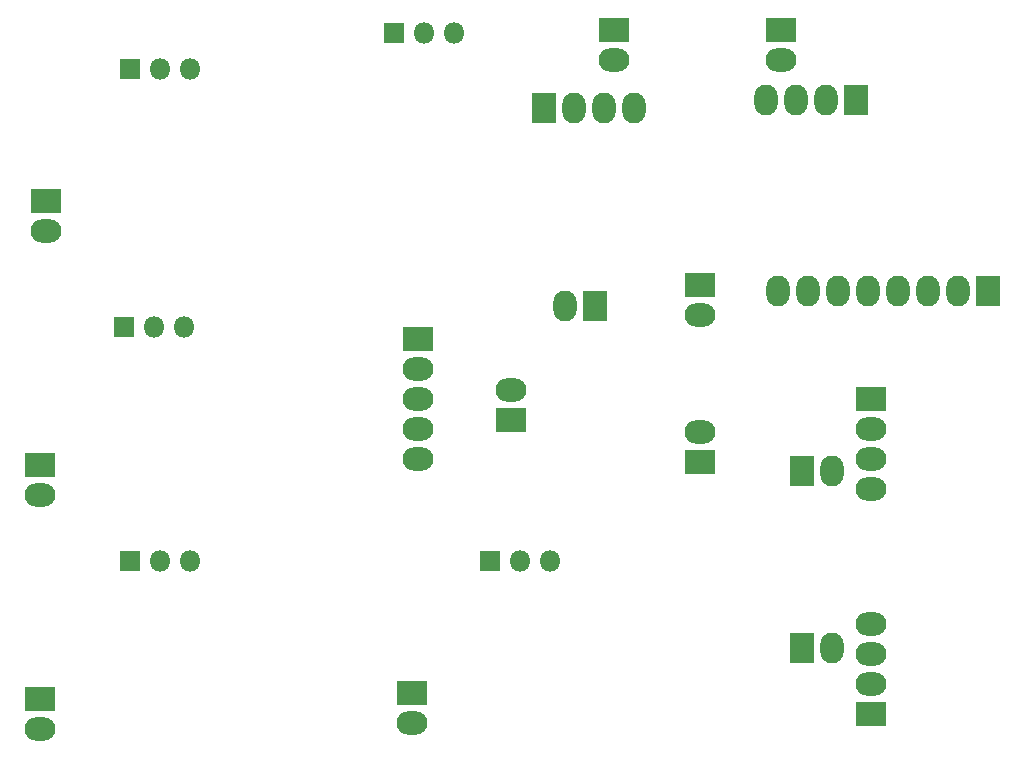
<source format=gbr>
G04 #@! TF.GenerationSoftware,KiCad,Pcbnew,5.0.2-bee76a0~70~ubuntu18.04.1*
G04 #@! TF.CreationDate,2020-04-05T16:45:57+02:00*
G04 #@! TF.ProjectId,test_box_control_board,74657374-5f62-46f7-985f-636f6e74726f,rev?*
G04 #@! TF.SameCoordinates,PX78dfd90PY94bb320*
G04 #@! TF.FileFunction,Copper,L2,Bot*
G04 #@! TF.FilePolarity,Positive*
%FSLAX46Y46*%
G04 Gerber Fmt 4.6, Leading zero omitted, Abs format (unit mm)*
G04 Created by KiCad (PCBNEW 5.0.2-bee76a0~70~ubuntu18.04.1) date sön  5 apr 2020 16:45:57*
%MOMM*%
%LPD*%
G01*
G04 APERTURE LIST*
G04 #@! TA.AperFunction,ComponentPad*
%ADD10O,2.600000X2.000000*%
G04 #@! TD*
G04 #@! TA.AperFunction,ComponentPad*
%ADD11R,2.600000X2.000000*%
G04 #@! TD*
G04 #@! TA.AperFunction,ComponentPad*
%ADD12O,2.000000X2.600000*%
G04 #@! TD*
G04 #@! TA.AperFunction,ComponentPad*
%ADD13R,2.000000X2.600000*%
G04 #@! TD*
G04 #@! TA.AperFunction,ComponentPad*
%ADD14O,1.800000X1.800000*%
G04 #@! TD*
G04 #@! TA.AperFunction,ComponentPad*
%ADD15R,1.800000X1.800000*%
G04 #@! TD*
G04 APERTURE END LIST*
D10*
G04 #@! TO.P,J1,2*
G04 #@! TO.N,GND*
X5334000Y21844000D03*
D11*
G04 #@! TO.P,J1,1*
G04 #@! TO.N,/21V_IN*
X5334000Y24384000D03*
G04 #@! TD*
D10*
G04 #@! TO.P,J2,2*
G04 #@! TO.N,GND*
X5842000Y44196000D03*
D11*
G04 #@! TO.P,J2,1*
G04 #@! TO.N,/11V_IN*
X5842000Y46736000D03*
G04 #@! TD*
G04 #@! TO.P,J3,1*
G04 #@! TO.N,/-21V_IN*
X36830000Y5080000D03*
D10*
G04 #@! TO.P,J3,2*
G04 #@! TO.N,GND*
X36830000Y2540000D03*
G04 #@! TD*
D11*
G04 #@! TO.P,J4,1*
G04 #@! TO.N,/-11V_IN*
X5334000Y4572000D03*
D10*
G04 #@! TO.P,J4,2*
G04 #@! TO.N,GND*
X5334000Y2032000D03*
G04 #@! TD*
G04 #@! TO.P,J6,2*
G04 #@! TO.N,/HS1*
X61214000Y37084000D03*
D11*
G04 #@! TO.P,J6,1*
G04 #@! TO.N,/~HS1*
X61214000Y39624000D03*
G04 #@! TD*
G04 #@! TO.P,J7,1*
G04 #@! TO.N,/~HS2*
X45212000Y28194000D03*
D10*
G04 #@! TO.P,J7,2*
G04 #@! TO.N,/HS2*
X45212000Y30734000D03*
G04 #@! TD*
D12*
G04 #@! TO.P,J9,8*
G04 #@! TO.N,/BL_CTL*
X67818000Y39116000D03*
G04 #@! TO.P,J9,7*
G04 #@! TO.N,/HS1_SE*
X70358000Y39116000D03*
G04 #@! TO.P,J9,6*
G04 #@! TO.N,/HS2_SE*
X72898000Y39116000D03*
G04 #@! TO.P,J9,5*
G04 #@! TO.N,+5V*
X75438000Y39116000D03*
G04 #@! TO.P,J9,4*
G04 #@! TO.N,/HRU_CTL*
X77978000Y39116000D03*
G04 #@! TO.P,J9,3*
G04 #@! TO.N,/SPARE_CTL*
X80518000Y39116000D03*
G04 #@! TO.P,J9,2*
G04 #@! TO.N,/G_CTL*
X83058000Y39116000D03*
D13*
G04 #@! TO.P,J9,1*
G04 #@! TO.N,GND*
X85598000Y39116000D03*
G04 #@! TD*
D12*
G04 #@! TO.P,J10,2*
G04 #@! TO.N,GND*
X49784000Y37846000D03*
D13*
G04 #@! TO.P,J10,1*
G04 #@! TO.N,/HS1_SE*
X52324000Y37846000D03*
G04 #@! TD*
D11*
G04 #@! TO.P,J11,1*
G04 #@! TO.N,/HS2_SE*
X61214000Y24638000D03*
D10*
G04 #@! TO.P,J11,2*
G04 #@! TO.N,GND*
X61214000Y27178000D03*
G04 #@! TD*
G04 #@! TO.P,J12,2*
G04 #@! TO.N,/BL*
X53945575Y58674000D03*
D11*
G04 #@! TO.P,J12,1*
G04 #@! TO.N,/~BL*
X53945575Y61214000D03*
G04 #@! TD*
G04 #@! TO.P,J13,1*
G04 #@! TO.N,/~HRU*
X68072000Y61214000D03*
D10*
G04 #@! TO.P,J13,2*
G04 #@! TO.N,/HRU*
X68072000Y58674000D03*
G04 #@! TD*
D12*
G04 #@! TO.P,J14,2*
G04 #@! TO.N,Net-(J14-Pad2)*
X72390000Y8890000D03*
D13*
G04 #@! TO.P,J14,1*
G04 #@! TO.N,Net-(J14-Pad1)*
X69850000Y8890000D03*
G04 #@! TD*
G04 #@! TO.P,J15,1*
G04 #@! TO.N,/~G*
X69850000Y23876000D03*
D12*
G04 #@! TO.P,J15,2*
G04 #@! TO.N,/G*
X72390000Y23876000D03*
G04 #@! TD*
D14*
G04 #@! TO.P,U1,3*
G04 #@! TO.N,/-18V*
X48514000Y16256000D03*
G04 #@! TO.P,U1,2*
G04 #@! TO.N,/-21V_IN*
X45974000Y16256000D03*
D15*
G04 #@! TO.P,U1,1*
G04 #@! TO.N,Net-(C5-Pad2)*
X43434000Y16256000D03*
G04 #@! TD*
D14*
G04 #@! TO.P,U2,3*
G04 #@! TO.N,/-8V*
X18034000Y16256000D03*
G04 #@! TO.P,U2,2*
G04 #@! TO.N,/-11V_IN*
X15494000Y16256000D03*
D15*
G04 #@! TO.P,U2,1*
G04 #@! TO.N,Net-(C6-Pad2)*
X12954000Y16256000D03*
G04 #@! TD*
D14*
G04 #@! TO.P,U3,3*
G04 #@! TO.N,/21V_IN*
X17526000Y36068000D03*
G04 #@! TO.P,U3,2*
G04 #@! TO.N,/18V*
X14986000Y36068000D03*
D15*
G04 #@! TO.P,U3,1*
G04 #@! TO.N,Net-(C7-Pad1)*
X12446000Y36068000D03*
G04 #@! TD*
G04 #@! TO.P,U4,1*
G04 #@! TO.N,Net-(C8-Pad1)*
X12954000Y57912000D03*
D14*
G04 #@! TO.P,U4,2*
G04 #@! TO.N,/8V*
X15494000Y57912000D03*
G04 #@! TO.P,U4,3*
G04 #@! TO.N,/11V_IN*
X18034000Y57912000D03*
G04 #@! TD*
D15*
G04 #@! TO.P,U5,1*
G04 #@! TO.N,/8V*
X35306000Y60960000D03*
D14*
G04 #@! TO.P,U5,2*
G04 #@! TO.N,GND*
X37846000Y60960000D03*
G04 #@! TO.P,U5,3*
G04 #@! TO.N,+5V*
X40386000Y60960000D03*
G04 #@! TD*
D10*
G04 #@! TO.P,J5,5*
G04 #@! TO.N,/-18V*
X37338000Y24892000D03*
G04 #@! TO.P,J5,4*
G04 #@! TO.N,/-8V*
X37338000Y27432000D03*
G04 #@! TO.P,J5,3*
G04 #@! TO.N,GND*
X37338000Y29972000D03*
G04 #@! TO.P,J5,2*
G04 #@! TO.N,/8V*
X37338000Y32512000D03*
D11*
G04 #@! TO.P,J5,1*
G04 #@! TO.N,/18V*
X37338000Y35052000D03*
G04 #@! TD*
D13*
G04 #@! TO.P,J8,1*
G04 #@! TO.N,Net-(J8-Pad1)*
X48006000Y54610000D03*
D12*
G04 #@! TO.P,J8,2*
G04 #@! TO.N,GND*
X50546000Y54610000D03*
G04 #@! TO.P,J8,3*
G04 #@! TO.N,Net-(J8-Pad3)*
X53086000Y54610000D03*
G04 #@! TO.P,J8,4*
G04 #@! TO.N,Net-(J8-Pad4)*
X55626000Y54610000D03*
G04 #@! TD*
D13*
G04 #@! TO.P,J16,1*
G04 #@! TO.N,Net-(J16-Pad1)*
X74422000Y55267208D03*
D12*
G04 #@! TO.P,J16,2*
G04 #@! TO.N,GND*
X71882000Y55267208D03*
G04 #@! TO.P,J16,3*
G04 #@! TO.N,Net-(J16-Pad3)*
X69342000Y55267208D03*
G04 #@! TO.P,J16,4*
G04 #@! TO.N,Net-(J16-Pad4)*
X66802000Y55267208D03*
G04 #@! TD*
D10*
G04 #@! TO.P,J17,4*
G04 #@! TO.N,Net-(J17-Pad4)*
X75692000Y10922000D03*
G04 #@! TO.P,J17,3*
G04 #@! TO.N,Net-(J17-Pad3)*
X75692000Y8382000D03*
G04 #@! TO.P,J17,2*
G04 #@! TO.N,GND*
X75692000Y5842000D03*
D11*
G04 #@! TO.P,J17,1*
G04 #@! TO.N,Net-(J17-Pad1)*
X75692000Y3302000D03*
G04 #@! TD*
D10*
G04 #@! TO.P,J18,4*
G04 #@! TO.N,Net-(J18-Pad4)*
X75692000Y22352000D03*
G04 #@! TO.P,J18,3*
G04 #@! TO.N,Net-(J18-Pad3)*
X75692000Y24892000D03*
G04 #@! TO.P,J18,2*
G04 #@! TO.N,GND*
X75692000Y27432000D03*
D11*
G04 #@! TO.P,J18,1*
G04 #@! TO.N,Net-(J18-Pad1)*
X75692000Y29972000D03*
G04 #@! TD*
M02*

</source>
